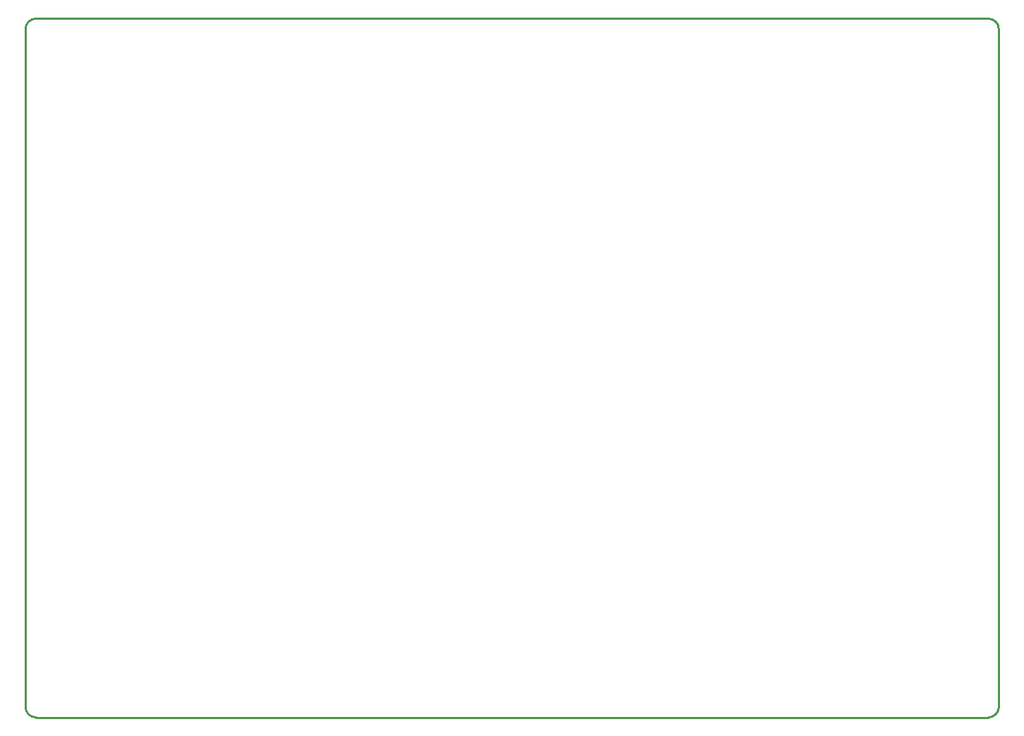
<source format=gko>
G04*
G04 #@! TF.GenerationSoftware,Altium Limited,Altium Designer,21.2.1 (34)*
G04*
G04 Layer_Color=16711935*
%FSLAX24Y24*%
%MOIN*%
G70*
G04*
G04 #@! TF.SameCoordinates,0DDDE1A0-FCF8-4535-BD96-C2C20E8F4AC2*
G04*
G04*
G04 #@! TF.FilePolarity,Positive*
G04*
G01*
G75*
%ADD14C,0.0100*%
D14*
X10170Y17351D02*
G03*
X10670Y16851I500J0D01*
G01*
Y49891D02*
G03*
X10170Y49391I0J-500D01*
G01*
X56180D02*
G03*
X55680Y49891I-500J0D01*
G01*
Y16851D02*
G03*
X56180Y17351I0J500D01*
G01*
X10170D02*
Y49391D01*
X10670Y49891D02*
X55680D01*
X10670Y16851D02*
X11210D01*
X56180Y17351D02*
Y49391D01*
X11210Y16851D02*
X55680D01*
M02*

</source>
